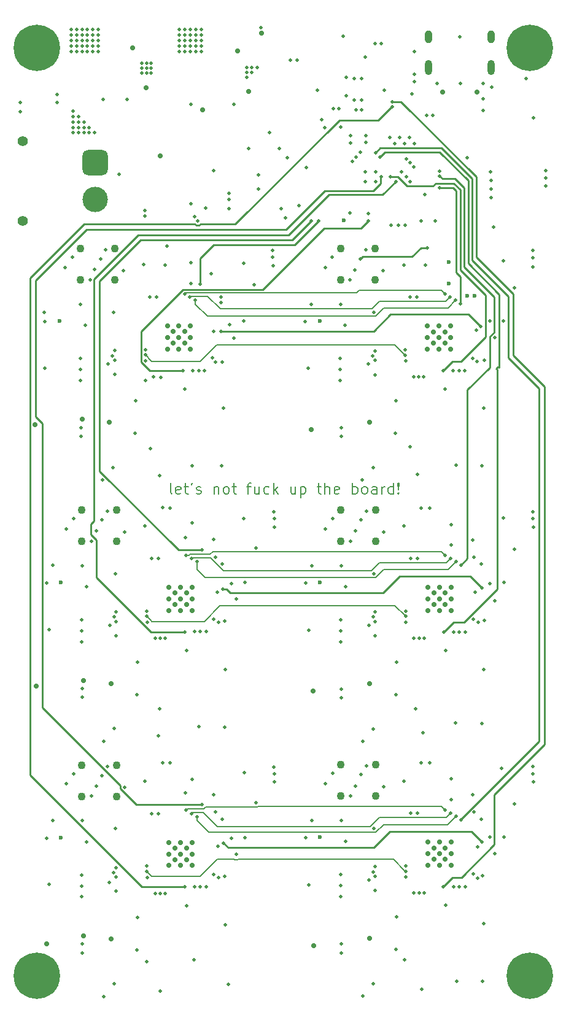
<source format=gbr>
%TF.GenerationSoftware,KiCad,Pcbnew,9.0.0*%
%TF.CreationDate,2025-05-05T23:42:48+04:00*%
%TF.ProjectId,Dumpling_Main,44756d70-6c69-46e6-975f-4d61696e2e6b,rev?*%
%TF.SameCoordinates,Original*%
%TF.FileFunction,Copper,L2,Inr*%
%TF.FilePolarity,Positive*%
%FSLAX46Y46*%
G04 Gerber Fmt 4.6, Leading zero omitted, Abs format (unit mm)*
G04 Created by KiCad (PCBNEW 9.0.0) date 2025-05-05 23:42:48*
%MOMM*%
%LPD*%
G01*
G04 APERTURE LIST*
G04 Aperture macros list*
%AMRoundRect*
0 Rectangle with rounded corners*
0 $1 Rounding radius*
0 $2 $3 $4 $5 $6 $7 $8 $9 X,Y pos of 4 corners*
0 Add a 4 corners polygon primitive as box body*
4,1,4,$2,$3,$4,$5,$6,$7,$8,$9,$2,$3,0*
0 Add four circle primitives for the rounded corners*
1,1,$1+$1,$2,$3*
1,1,$1+$1,$4,$5*
1,1,$1+$1,$6,$7*
1,1,$1+$1,$8,$9*
0 Add four rect primitives between the rounded corners*
20,1,$1+$1,$2,$3,$4,$5,0*
20,1,$1+$1,$4,$5,$6,$7,0*
20,1,$1+$1,$6,$7,$8,$9,0*
20,1,$1+$1,$8,$9,$2,$3,0*%
G04 Aperture macros list end*
%ADD10C,0.175000*%
%TA.AperFunction,NonConductor*%
%ADD11C,0.175000*%
%TD*%
%TA.AperFunction,ComponentPad*%
%ADD12C,0.800000*%
%TD*%
%TA.AperFunction,ComponentPad*%
%ADD13C,6.400000*%
%TD*%
%TA.AperFunction,ComponentPad*%
%ADD14O,1.000000X2.100000*%
%TD*%
%TA.AperFunction,ComponentPad*%
%ADD15O,1.000000X1.800000*%
%TD*%
%TA.AperFunction,ComponentPad*%
%ADD16C,1.400000*%
%TD*%
%TA.AperFunction,ComponentPad*%
%ADD17RoundRect,0.770000X0.980000X-0.980000X0.980000X0.980000X-0.980000X0.980000X-0.980000X-0.980000X0*%
%TD*%
%TA.AperFunction,ComponentPad*%
%ADD18C,3.500000*%
%TD*%
%TA.AperFunction,ComponentPad*%
%ADD19C,1.100000*%
%TD*%
%TA.AperFunction,HeatsinkPad*%
%ADD20C,1.100000*%
%TD*%
%TA.AperFunction,ViaPad*%
%ADD21C,0.500000*%
%TD*%
%TA.AperFunction,ViaPad*%
%ADD22C,0.600000*%
%TD*%
%TA.AperFunction,ViaPad*%
%ADD23C,0.700000*%
%TD*%
%TA.AperFunction,Conductor*%
%ADD24C,0.250000*%
%TD*%
%TA.AperFunction,Conductor*%
%ADD25C,0.200000*%
%TD*%
G04 APERTURE END LIST*
D10*
D11*
X115686559Y-109557328D02*
X115543702Y-109485900D01*
X115543702Y-109485900D02*
X115472273Y-109343042D01*
X115472273Y-109343042D02*
X115472273Y-108057328D01*
X116829416Y-109485900D02*
X116686559Y-109557328D01*
X116686559Y-109557328D02*
X116400845Y-109557328D01*
X116400845Y-109557328D02*
X116257987Y-109485900D01*
X116257987Y-109485900D02*
X116186559Y-109343042D01*
X116186559Y-109343042D02*
X116186559Y-108771614D01*
X116186559Y-108771614D02*
X116257987Y-108628757D01*
X116257987Y-108628757D02*
X116400845Y-108557328D01*
X116400845Y-108557328D02*
X116686559Y-108557328D01*
X116686559Y-108557328D02*
X116829416Y-108628757D01*
X116829416Y-108628757D02*
X116900845Y-108771614D01*
X116900845Y-108771614D02*
X116900845Y-108914471D01*
X116900845Y-108914471D02*
X116186559Y-109057328D01*
X117329416Y-108557328D02*
X117900844Y-108557328D01*
X117543701Y-108057328D02*
X117543701Y-109343042D01*
X117543701Y-109343042D02*
X117615130Y-109485900D01*
X117615130Y-109485900D02*
X117757987Y-109557328D01*
X117757987Y-109557328D02*
X117900844Y-109557328D01*
X118472273Y-108057328D02*
X118329416Y-108343042D01*
X119043702Y-109485900D02*
X119186559Y-109557328D01*
X119186559Y-109557328D02*
X119472273Y-109557328D01*
X119472273Y-109557328D02*
X119615130Y-109485900D01*
X119615130Y-109485900D02*
X119686559Y-109343042D01*
X119686559Y-109343042D02*
X119686559Y-109271614D01*
X119686559Y-109271614D02*
X119615130Y-109128757D01*
X119615130Y-109128757D02*
X119472273Y-109057328D01*
X119472273Y-109057328D02*
X119257988Y-109057328D01*
X119257988Y-109057328D02*
X119115130Y-108985900D01*
X119115130Y-108985900D02*
X119043702Y-108843042D01*
X119043702Y-108843042D02*
X119043702Y-108771614D01*
X119043702Y-108771614D02*
X119115130Y-108628757D01*
X119115130Y-108628757D02*
X119257988Y-108557328D01*
X119257988Y-108557328D02*
X119472273Y-108557328D01*
X119472273Y-108557328D02*
X119615130Y-108628757D01*
X121472273Y-108557328D02*
X121472273Y-109557328D01*
X121472273Y-108700185D02*
X121543702Y-108628757D01*
X121543702Y-108628757D02*
X121686559Y-108557328D01*
X121686559Y-108557328D02*
X121900845Y-108557328D01*
X121900845Y-108557328D02*
X122043702Y-108628757D01*
X122043702Y-108628757D02*
X122115131Y-108771614D01*
X122115131Y-108771614D02*
X122115131Y-109557328D01*
X123043702Y-109557328D02*
X122900845Y-109485900D01*
X122900845Y-109485900D02*
X122829416Y-109414471D01*
X122829416Y-109414471D02*
X122757988Y-109271614D01*
X122757988Y-109271614D02*
X122757988Y-108843042D01*
X122757988Y-108843042D02*
X122829416Y-108700185D01*
X122829416Y-108700185D02*
X122900845Y-108628757D01*
X122900845Y-108628757D02*
X123043702Y-108557328D01*
X123043702Y-108557328D02*
X123257988Y-108557328D01*
X123257988Y-108557328D02*
X123400845Y-108628757D01*
X123400845Y-108628757D02*
X123472274Y-108700185D01*
X123472274Y-108700185D02*
X123543702Y-108843042D01*
X123543702Y-108843042D02*
X123543702Y-109271614D01*
X123543702Y-109271614D02*
X123472274Y-109414471D01*
X123472274Y-109414471D02*
X123400845Y-109485900D01*
X123400845Y-109485900D02*
X123257988Y-109557328D01*
X123257988Y-109557328D02*
X123043702Y-109557328D01*
X123972274Y-108557328D02*
X124543702Y-108557328D01*
X124186559Y-108057328D02*
X124186559Y-109343042D01*
X124186559Y-109343042D02*
X124257988Y-109485900D01*
X124257988Y-109485900D02*
X124400845Y-109557328D01*
X124400845Y-109557328D02*
X124543702Y-109557328D01*
X125972274Y-108557328D02*
X126543702Y-108557328D01*
X126186559Y-109557328D02*
X126186559Y-108271614D01*
X126186559Y-108271614D02*
X126257988Y-108128757D01*
X126257988Y-108128757D02*
X126400845Y-108057328D01*
X126400845Y-108057328D02*
X126543702Y-108057328D01*
X127686560Y-108557328D02*
X127686560Y-109557328D01*
X127043702Y-108557328D02*
X127043702Y-109343042D01*
X127043702Y-109343042D02*
X127115131Y-109485900D01*
X127115131Y-109485900D02*
X127257988Y-109557328D01*
X127257988Y-109557328D02*
X127472274Y-109557328D01*
X127472274Y-109557328D02*
X127615131Y-109485900D01*
X127615131Y-109485900D02*
X127686560Y-109414471D01*
X129043703Y-109485900D02*
X128900845Y-109557328D01*
X128900845Y-109557328D02*
X128615131Y-109557328D01*
X128615131Y-109557328D02*
X128472274Y-109485900D01*
X128472274Y-109485900D02*
X128400845Y-109414471D01*
X128400845Y-109414471D02*
X128329417Y-109271614D01*
X128329417Y-109271614D02*
X128329417Y-108843042D01*
X128329417Y-108843042D02*
X128400845Y-108700185D01*
X128400845Y-108700185D02*
X128472274Y-108628757D01*
X128472274Y-108628757D02*
X128615131Y-108557328D01*
X128615131Y-108557328D02*
X128900845Y-108557328D01*
X128900845Y-108557328D02*
X129043703Y-108628757D01*
X129686559Y-109557328D02*
X129686559Y-108057328D01*
X129829417Y-108985900D02*
X130257988Y-109557328D01*
X130257988Y-108557328D02*
X129686559Y-109128757D01*
X132686560Y-108557328D02*
X132686560Y-109557328D01*
X132043702Y-108557328D02*
X132043702Y-109343042D01*
X132043702Y-109343042D02*
X132115131Y-109485900D01*
X132115131Y-109485900D02*
X132257988Y-109557328D01*
X132257988Y-109557328D02*
X132472274Y-109557328D01*
X132472274Y-109557328D02*
X132615131Y-109485900D01*
X132615131Y-109485900D02*
X132686560Y-109414471D01*
X133400845Y-108557328D02*
X133400845Y-110057328D01*
X133400845Y-108628757D02*
X133543703Y-108557328D01*
X133543703Y-108557328D02*
X133829417Y-108557328D01*
X133829417Y-108557328D02*
X133972274Y-108628757D01*
X133972274Y-108628757D02*
X134043703Y-108700185D01*
X134043703Y-108700185D02*
X134115131Y-108843042D01*
X134115131Y-108843042D02*
X134115131Y-109271614D01*
X134115131Y-109271614D02*
X134043703Y-109414471D01*
X134043703Y-109414471D02*
X133972274Y-109485900D01*
X133972274Y-109485900D02*
X133829417Y-109557328D01*
X133829417Y-109557328D02*
X133543703Y-109557328D01*
X133543703Y-109557328D02*
X133400845Y-109485900D01*
X135686560Y-108557328D02*
X136257988Y-108557328D01*
X135900845Y-108057328D02*
X135900845Y-109343042D01*
X135900845Y-109343042D02*
X135972274Y-109485900D01*
X135972274Y-109485900D02*
X136115131Y-109557328D01*
X136115131Y-109557328D02*
X136257988Y-109557328D01*
X136757988Y-109557328D02*
X136757988Y-108057328D01*
X137400846Y-109557328D02*
X137400846Y-108771614D01*
X137400846Y-108771614D02*
X137329417Y-108628757D01*
X137329417Y-108628757D02*
X137186560Y-108557328D01*
X137186560Y-108557328D02*
X136972274Y-108557328D01*
X136972274Y-108557328D02*
X136829417Y-108628757D01*
X136829417Y-108628757D02*
X136757988Y-108700185D01*
X138686560Y-109485900D02*
X138543703Y-109557328D01*
X138543703Y-109557328D02*
X138257989Y-109557328D01*
X138257989Y-109557328D02*
X138115131Y-109485900D01*
X138115131Y-109485900D02*
X138043703Y-109343042D01*
X138043703Y-109343042D02*
X138043703Y-108771614D01*
X138043703Y-108771614D02*
X138115131Y-108628757D01*
X138115131Y-108628757D02*
X138257989Y-108557328D01*
X138257989Y-108557328D02*
X138543703Y-108557328D01*
X138543703Y-108557328D02*
X138686560Y-108628757D01*
X138686560Y-108628757D02*
X138757989Y-108771614D01*
X138757989Y-108771614D02*
X138757989Y-108914471D01*
X138757989Y-108914471D02*
X138043703Y-109057328D01*
X140543702Y-109557328D02*
X140543702Y-108057328D01*
X140543702Y-108628757D02*
X140686560Y-108557328D01*
X140686560Y-108557328D02*
X140972274Y-108557328D01*
X140972274Y-108557328D02*
X141115131Y-108628757D01*
X141115131Y-108628757D02*
X141186560Y-108700185D01*
X141186560Y-108700185D02*
X141257988Y-108843042D01*
X141257988Y-108843042D02*
X141257988Y-109271614D01*
X141257988Y-109271614D02*
X141186560Y-109414471D01*
X141186560Y-109414471D02*
X141115131Y-109485900D01*
X141115131Y-109485900D02*
X140972274Y-109557328D01*
X140972274Y-109557328D02*
X140686560Y-109557328D01*
X140686560Y-109557328D02*
X140543702Y-109485900D01*
X142115131Y-109557328D02*
X141972274Y-109485900D01*
X141972274Y-109485900D02*
X141900845Y-109414471D01*
X141900845Y-109414471D02*
X141829417Y-109271614D01*
X141829417Y-109271614D02*
X141829417Y-108843042D01*
X141829417Y-108843042D02*
X141900845Y-108700185D01*
X141900845Y-108700185D02*
X141972274Y-108628757D01*
X141972274Y-108628757D02*
X142115131Y-108557328D01*
X142115131Y-108557328D02*
X142329417Y-108557328D01*
X142329417Y-108557328D02*
X142472274Y-108628757D01*
X142472274Y-108628757D02*
X142543703Y-108700185D01*
X142543703Y-108700185D02*
X142615131Y-108843042D01*
X142615131Y-108843042D02*
X142615131Y-109271614D01*
X142615131Y-109271614D02*
X142543703Y-109414471D01*
X142543703Y-109414471D02*
X142472274Y-109485900D01*
X142472274Y-109485900D02*
X142329417Y-109557328D01*
X142329417Y-109557328D02*
X142115131Y-109557328D01*
X143900846Y-109557328D02*
X143900846Y-108771614D01*
X143900846Y-108771614D02*
X143829417Y-108628757D01*
X143829417Y-108628757D02*
X143686560Y-108557328D01*
X143686560Y-108557328D02*
X143400846Y-108557328D01*
X143400846Y-108557328D02*
X143257988Y-108628757D01*
X143900846Y-109485900D02*
X143757988Y-109557328D01*
X143757988Y-109557328D02*
X143400846Y-109557328D01*
X143400846Y-109557328D02*
X143257988Y-109485900D01*
X143257988Y-109485900D02*
X143186560Y-109343042D01*
X143186560Y-109343042D02*
X143186560Y-109200185D01*
X143186560Y-109200185D02*
X143257988Y-109057328D01*
X143257988Y-109057328D02*
X143400846Y-108985900D01*
X143400846Y-108985900D02*
X143757988Y-108985900D01*
X143757988Y-108985900D02*
X143900846Y-108914471D01*
X144615131Y-109557328D02*
X144615131Y-108557328D01*
X144615131Y-108843042D02*
X144686560Y-108700185D01*
X144686560Y-108700185D02*
X144757989Y-108628757D01*
X144757989Y-108628757D02*
X144900846Y-108557328D01*
X144900846Y-108557328D02*
X145043703Y-108557328D01*
X146186560Y-109557328D02*
X146186560Y-108057328D01*
X146186560Y-109485900D02*
X146043702Y-109557328D01*
X146043702Y-109557328D02*
X145757988Y-109557328D01*
X145757988Y-109557328D02*
X145615131Y-109485900D01*
X145615131Y-109485900D02*
X145543702Y-109414471D01*
X145543702Y-109414471D02*
X145472274Y-109271614D01*
X145472274Y-109271614D02*
X145472274Y-108843042D01*
X145472274Y-108843042D02*
X145543702Y-108700185D01*
X145543702Y-108700185D02*
X145615131Y-108628757D01*
X145615131Y-108628757D02*
X145757988Y-108557328D01*
X145757988Y-108557328D02*
X146043702Y-108557328D01*
X146043702Y-108557328D02*
X146186560Y-108628757D01*
X146900845Y-109414471D02*
X146972274Y-109485900D01*
X146972274Y-109485900D02*
X146900845Y-109557328D01*
X146900845Y-109557328D02*
X146829417Y-109485900D01*
X146829417Y-109485900D02*
X146900845Y-109414471D01*
X146900845Y-109414471D02*
X146900845Y-109557328D01*
X146900845Y-108985900D02*
X146829417Y-108128757D01*
X146829417Y-108128757D02*
X146900845Y-108057328D01*
X146900845Y-108057328D02*
X146972274Y-108128757D01*
X146972274Y-108128757D02*
X146900845Y-108985900D01*
X146900845Y-108985900D02*
X146900845Y-108057328D01*
D12*
%TO.N,N/C*%
%TO.C,H3*%
X99400000Y-176000000D03*
X98697056Y-177697056D03*
X98697056Y-174302944D03*
X97000000Y-178400000D03*
D13*
X97000000Y-176000000D03*
D12*
X97000000Y-173600000D03*
X95302944Y-177697056D03*
X95302944Y-174302944D03*
X94600000Y-176000000D03*
%TD*%
%TO.N,N/C*%
%TO.C,H1*%
X94600000Y-48000000D03*
X95302944Y-46302944D03*
X95302944Y-49697056D03*
X97000000Y-45600000D03*
D13*
X97000000Y-48000000D03*
D12*
X97000000Y-50400000D03*
X98697056Y-46302944D03*
X98697056Y-49697056D03*
X99400000Y-48000000D03*
%TD*%
%TO.N,N/C*%
%TO.C,H2*%
X162600000Y-176000000D03*
X163302944Y-174302944D03*
X163302944Y-177697056D03*
X165000000Y-173600000D03*
D13*
X165000000Y-176000000D03*
D12*
X165000000Y-178400000D03*
X166697056Y-174302944D03*
X166697056Y-177697056D03*
X167400000Y-176000000D03*
%TD*%
%TO.N,N/C*%
%TO.C,H4*%
X162600000Y-48000000D03*
X163302944Y-46302944D03*
X163302944Y-49697056D03*
X165000000Y-45600000D03*
D13*
X165000000Y-48000000D03*
D12*
X165000000Y-50400000D03*
X166697056Y-46302944D03*
X166697056Y-49697056D03*
X167400000Y-48000000D03*
%TD*%
D14*
%TO.N,GND*%
%TO.C,J3*%
X159670000Y-50740000D03*
D15*
X159670000Y-46540000D03*
D14*
X151030000Y-50740000D03*
D15*
X151030000Y-46540000D03*
%TD*%
D16*
%TO.N,*%
%TO.C,J4*%
X95075000Y-71900000D03*
X95075000Y-60900000D03*
D17*
%TO.N,GND*%
X105075000Y-63900000D03*
D18*
%TO.N,Net-(J4-P)*%
X105075000Y-68900000D03*
%TD*%
D19*
%TO.N,GND*%
%TO.C,J8*%
X103005500Y-75719500D03*
X103005500Y-80019500D03*
X107805500Y-75719500D03*
X107805500Y-80019500D03*
%TD*%
%TO.N,GND*%
%TO.C,J11*%
X103229352Y-111777298D03*
X103229352Y-116077298D03*
X108029352Y-111777298D03*
X108029352Y-116077298D03*
%TD*%
%TO.N,GND*%
%TO.C,J14*%
X138949170Y-111787845D03*
X138949170Y-116087845D03*
X143749170Y-111787845D03*
X143749170Y-116087845D03*
%TD*%
%TO.N,GND*%
%TO.C,J17*%
X103229352Y-146977298D03*
X103229352Y-151277298D03*
X108029352Y-146977298D03*
X108029352Y-151277298D03*
%TD*%
%TO.N,GND*%
%TO.C,J20*%
X138949170Y-146934422D03*
X138949170Y-151234422D03*
X143749170Y-146934422D03*
X143749170Y-151234422D03*
%TD*%
D20*
%TO.N,GND*%
%TO.C,J23*%
X138891670Y-75730048D03*
X138891670Y-80030048D03*
X143691670Y-75730048D03*
X143691670Y-80030048D03*
%TD*%
D21*
%TO.N,GND*%
X122625000Y-91400000D03*
%TO.N,+3V3*%
X121625000Y-91400000D03*
X104750000Y-48500000D03*
X134943670Y-154596039D03*
X121623852Y-153457798D03*
X110874852Y-132771707D03*
X113124127Y-93425873D03*
X103250000Y-45500000D03*
X141934761Y-107636957D03*
X140200000Y-70800000D03*
X147943670Y-127268345D03*
X104750000Y-46250000D03*
X117500000Y-150800000D03*
X112848852Y-153682798D03*
X110600000Y-101200000D03*
X154793670Y-141200000D03*
X157900000Y-127300000D03*
X103250000Y-46250000D03*
X167250000Y-66000000D03*
X134943670Y-119449462D03*
X104000000Y-46250000D03*
X112625000Y-82425000D03*
X104000000Y-45500000D03*
X165461170Y-78250000D03*
X146543670Y-172414922D03*
X106272443Y-143684207D03*
X143543670Y-155714922D03*
X101750000Y-46250000D03*
X129518413Y-75956587D03*
X120300000Y-70160000D03*
X129798852Y-114107798D03*
X149686156Y-93436421D03*
X127600000Y-67525000D03*
X104000000Y-47750000D03*
X104750000Y-45500000D03*
X157700000Y-91300000D03*
X134886170Y-83391665D03*
X110874852Y-167971707D03*
X101750000Y-47000000D03*
X157343670Y-153414922D03*
X107823852Y-120557798D03*
X146543670Y-137268345D03*
X129575000Y-78050000D03*
X103250000Y-47750000D03*
X146486170Y-101210548D03*
X112000000Y-91200000D03*
X105500000Y-45500000D03*
X150750000Y-57375000D03*
X147886170Y-91210548D03*
X129742265Y-147214385D03*
X149100000Y-51690000D03*
X148511170Y-82435548D03*
X102500000Y-48500000D03*
X118297500Y-69525000D03*
X112223852Y-127257798D03*
X101750000Y-48500000D03*
X110823852Y-137257798D03*
D22*
X156400000Y-82250000D03*
D21*
X150550000Y-68275000D03*
X106272443Y-178884207D03*
X101750000Y-45500000D03*
D22*
X153850000Y-80500000D03*
D21*
X149743656Y-164640795D03*
X110823852Y-172457798D03*
X156400000Y-63200000D03*
X122100000Y-162500000D03*
X103250000Y-48500000D03*
X98000000Y-84500000D03*
X105500000Y-46250000D03*
X107600000Y-84500000D03*
X102500000Y-47750000D03*
X157800000Y-162600000D03*
X144970000Y-53900000D03*
X145900000Y-72500000D03*
X143486170Y-84510548D03*
X104000000Y-48500000D03*
X114023838Y-164683671D03*
X148568670Y-118493345D03*
X111950000Y-71200003D03*
X157343670Y-118268345D03*
X107823852Y-155757798D03*
X143543670Y-120568345D03*
X165462083Y-112024932D03*
X114023838Y-129483671D03*
X101750000Y-47750000D03*
X158575000Y-55075000D03*
X118700000Y-173800000D03*
X165461170Y-76000000D03*
X147943670Y-162414922D03*
X106048591Y-107626409D03*
X149743656Y-129494218D03*
X154193670Y-151739922D03*
X105500000Y-48500000D03*
X99223852Y-154638915D03*
X165518670Y-149264922D03*
X150000000Y-71900000D03*
X146594670Y-132782254D03*
X104750000Y-47750000D03*
X129742265Y-112014385D03*
X104750000Y-47000000D03*
X141055243Y-56568407D03*
X105500000Y-47750000D03*
X138950000Y-58955000D03*
X165462083Y-147171509D03*
X112848852Y-118482798D03*
X104000000Y-47000000D03*
X102500000Y-45500000D03*
X148568670Y-153639922D03*
X142750000Y-70900000D03*
X102500000Y-46250000D03*
X122400000Y-82400000D03*
X117500000Y-115600000D03*
X105500000Y-47000000D03*
X129798852Y-149307798D03*
X129100000Y-59700000D03*
X102500000Y-47000000D03*
X146537170Y-96724457D03*
X118250000Y-80525000D03*
X110651000Y-96713909D03*
X165518670Y-114118345D03*
X112223852Y-162457798D03*
X103250000Y-47000000D03*
X146594670Y-167928831D03*
X99223852Y-119438915D03*
X141992261Y-178841331D03*
X121623852Y-118257798D03*
X154193670Y-116593345D03*
X141992261Y-143694754D03*
X154931095Y-176818905D03*
X121374936Y-64950064D03*
X122100000Y-127300000D03*
%TO.N,SDIO_D7*%
X159650000Y-68700000D03*
X152600000Y-65050000D03*
%TO.N,IMU_INT*%
X147968506Y-63378321D03*
X149100000Y-52710000D03*
%TO.N,I2C3_SCL*%
X144509880Y-47446707D03*
X148500000Y-63900000D03*
%TO.N,Net-(U26-EN)*%
X118300000Y-55850000D03*
X124180000Y-55839000D03*
%TO.N,Net-(U25-EN)*%
X109499000Y-55169000D03*
X106150000Y-55150000D03*
D23*
%TO.N,Net-(U26-SW)*%
X126261000Y-54070000D03*
X124680000Y-48489000D03*
%TO.N,Net-(U25-SW)*%
X112050000Y-53569000D03*
X110250000Y-48019000D03*
D21*
%TO.N,USART_RX*%
X138650000Y-56400000D03*
X141650000Y-62450000D03*
%TO.N,I2C3_SDA*%
X143696733Y-47446680D03*
X149038654Y-64442168D03*
%TO.N,USART_TX*%
X141075000Y-63100000D03*
X137900000Y-56400000D03*
%TO.N,co6_SPI1_MOSI*%
X161462083Y-156946509D03*
X162918670Y-152364922D03*
%TO.N,SPI2_NSS6*%
X134500000Y-163500000D03*
X143750000Y-62463174D03*
X155518670Y-154514922D03*
%TO.N,co5_SPI1_MOSI*%
X125742265Y-156989385D03*
X127211352Y-152200000D03*
%TO.N,SPI2_NSS5*%
X98700000Y-163457798D03*
X144500000Y-65800000D03*
X119798852Y-152400000D03*
%TO.N,co2_SPI1_MOSI*%
X161404583Y-85742135D03*
X162861170Y-81160548D03*
%TO.N,co4_SPI1_MOSI*%
X161462083Y-121799932D03*
X162918670Y-117218345D03*
%TO.N,SPI2_NSS4*%
X134500000Y-128400000D03*
X152600000Y-65750003D03*
X155518670Y-119368345D03*
%TO.N,SPI2_NSS2*%
X152600000Y-67350000D03*
X134400000Y-92210548D03*
X155461170Y-83310548D03*
%TO.N,co1_SPI1_MOSI*%
X125518413Y-85731587D03*
X126975000Y-80700000D03*
%TO.N,co3_SPI1_MOSI*%
X127211352Y-117000000D03*
X125742265Y-121789385D03*
%TO.N,SPI2_NSS3*%
X134850000Y-71900000D03*
X119798852Y-117300000D03*
X98700000Y-128300000D03*
%TO.N,SPI2_NSS1*%
X135850000Y-71900000D03*
X98100000Y-92200000D03*
X119500000Y-80600000D03*
%TO.N,SPI2_SCK*%
X119098852Y-154107798D03*
X154818670Y-154064922D03*
X148536826Y-66463174D03*
X119098852Y-118907798D03*
X154818670Y-118918345D03*
X118875000Y-82850000D03*
X154761170Y-82860548D03*
%TO.N,SPI2_MISO*%
X118125000Y-82400000D03*
X154068670Y-118468345D03*
X118348852Y-153657798D03*
X154011170Y-82410548D03*
X147950000Y-65800000D03*
X118348852Y-118457798D03*
X154068670Y-153614922D03*
%TO.N,SPI2_MOSI*%
X117623852Y-153207798D03*
X153343670Y-153164922D03*
X153343670Y-118018345D03*
X147350000Y-65150000D03*
X117623852Y-118007798D03*
X117400000Y-81950000D03*
X153286170Y-81960548D03*
%TO.N,SPI1_NSS*%
X123550000Y-68100000D03*
X142300000Y-65150000D03*
%TO.N,SPI1_SCK*%
X142300000Y-66475000D03*
X130750000Y-70200000D03*
%TO.N,SPI1_MISO*%
X143750000Y-65150000D03*
X123550000Y-68925000D03*
%TO.N,SPI1_MOSI*%
X131350000Y-71450000D03*
X143750000Y-66450000D03*
%TO.N,co6_FLASH_WP*%
X150443658Y-164639855D03*
X154150000Y-148850000D03*
%TO.N,co6_FLASH_HOLD*%
X161100000Y-147400000D03*
X147910127Y-160871173D03*
%TO.N,co5_FLASH_WP*%
X114723840Y-164682731D03*
X118450000Y-148950000D03*
%TO.N,co5_FLASH_HOLD*%
X112190309Y-160914049D03*
X125600000Y-148000000D03*
%TO.N,co4_FLASH_WP*%
X154172610Y-113776947D03*
X150443658Y-129493278D03*
%TO.N,co4_FLASH_HOLD*%
X147910127Y-125724596D03*
X161350000Y-112850000D03*
%TO.N,co3_FLASH_WP*%
X114723840Y-129482731D03*
X118450000Y-113550000D03*
%TO.N,co3_FLASH_HOLD*%
X125550000Y-112950000D03*
X112190309Y-125714049D03*
%TO.N,co2_FLASH_WP*%
X150386158Y-93435481D03*
D22*
X153850000Y-77600000D03*
D21*
%TO.N,co2_FLASH_HOLD*%
X147852627Y-89666799D03*
X161350000Y-77400000D03*
%TO.N,Trigger*%
X160213083Y-159200000D03*
X136750000Y-59000000D03*
X124525000Y-159300000D03*
X124200000Y-88050000D03*
X124500000Y-124050000D03*
X160144087Y-88019087D03*
X160212083Y-124273440D03*
%TO.N,I2C2_SCL*%
X122400000Y-87125000D03*
X122700000Y-122700000D03*
X158225000Y-86425000D03*
X158400000Y-157600000D03*
X146885000Y-72485000D03*
X158400000Y-122500000D03*
X122773852Y-157750000D03*
%TO.N,I2C2_SDA*%
X147800000Y-72500000D03*
X147861170Y-90410548D03*
X147918670Y-161614922D03*
X111975000Y-90400000D03*
X112198852Y-126457798D03*
X112198852Y-161657798D03*
X147918670Y-126468345D03*
%TO.N,I2C1_SCL*%
X119187500Y-71900000D03*
%TO.N,I2C1_SDA*%
X118750000Y-71325000D03*
%TO.N,co1_FLASH_WP*%
X114100000Y-93450000D03*
X118250000Y-77650000D03*
%TO.N,co1_FLASH_HOLD*%
X125550000Y-77750000D03*
X111966457Y-89656251D03*
%TO.N,buzzer*%
X131550000Y-63150000D03*
X140306587Y-61106587D03*
%TO.N,Net-(SW1-B)*%
X139700000Y-52090000D03*
X158575000Y-56675000D03*
%TO.N,BOOT0*%
X139700000Y-54615000D03*
X142400000Y-60150000D03*
%TO.N,VBAT*%
X108375000Y-65425000D03*
%TO.N,co6_gpio1*%
X143693670Y-162364922D03*
X154493670Y-163739922D03*
%TO.N,co6_pwr_cyc*%
X157800000Y-158300000D03*
X142793670Y-162814922D03*
%TO.N,co6_gpio2*%
X143400000Y-161714922D03*
X155293670Y-163739922D03*
%TO.N,co6_gpio4*%
X139617575Y-157514922D03*
X157200000Y-162021017D03*
%TO.N,co6_gpio3*%
X156099765Y-163739922D03*
X143693670Y-161000000D03*
%TO.N,co6_USB_D-_ESD*%
X141749170Y-148300000D03*
X140939170Y-149844422D03*
X151200000Y-146700000D03*
%TO.N,co5_gpio2*%
X107623852Y-161801581D03*
X119573852Y-163782798D03*
%TO.N,co5_gpio4*%
X121400000Y-162063893D03*
X103897757Y-157557798D03*
%TO.N,co5_pwr_cyc*%
X107050000Y-163150000D03*
X122000000Y-158200000D03*
%TO.N,co5_gpio3*%
X107981926Y-161112344D03*
X120379947Y-163782798D03*
%TO.N,co5_gpio1*%
X118773852Y-163782798D03*
X107973852Y-162407798D03*
%TO.N,co5_USB_D-_ESD*%
X105219352Y-149887298D03*
X115400000Y-146700000D03*
X106021477Y-148407875D03*
%TO.N,co4_gpio4*%
X157200000Y-126874440D03*
X139617575Y-122368345D03*
%TO.N,co4_pwr_cyc*%
X142793670Y-127668345D03*
X157500000Y-123100000D03*
%TO.N,co4_gpio1*%
X154493670Y-128593345D03*
X143693670Y-127218345D03*
%TO.N,co4_gpio2*%
X143400000Y-126500000D03*
X155293670Y-128593345D03*
%TO.N,co4_gpio3*%
X156099765Y-128593345D03*
X143693670Y-125800000D03*
%TO.N,co4_USB_D-_ESD*%
X151200000Y-111500000D03*
X141749170Y-113100000D03*
X140939170Y-114697845D03*
%TO.N,co3_gpio4*%
X121400000Y-126863893D03*
X103897757Y-122357798D03*
%TO.N,co3_gpio2*%
X107700000Y-126500000D03*
X119573852Y-128582798D03*
%TO.N,co3_pwr_cyc*%
X121900000Y-123100000D03*
X107073852Y-127657798D03*
%TO.N,co3_gpio3*%
X120379947Y-128582798D03*
X107973852Y-125807798D03*
%TO.N,co3_gpio1*%
X118773852Y-128582798D03*
X107973852Y-127207798D03*
%TO.N,co3_USB_D-_ESD*%
X105219352Y-114687298D03*
X115400000Y-111500000D03*
X106029352Y-113100000D03*
%TO.N,co2_gpio2*%
X155236170Y-92535548D03*
X143300000Y-90510548D03*
%TO.N,co2_gpio3*%
X143636170Y-89860548D03*
X156042265Y-92535548D03*
%TO.N,co2_pwr_cyc*%
X157600000Y-87000000D03*
X142736170Y-91610548D03*
%TO.N,co2_gpio1*%
X143637517Y-91160480D03*
X154436170Y-92535548D03*
%TO.N,co2_gpio4*%
X139560075Y-86310548D03*
X157100000Y-90825000D03*
%TO.N,co1_USB_D-_ESD*%
X115000000Y-75400000D03*
X104995500Y-78629500D03*
X105785500Y-77109500D03*
%TO.N,co1_gpio4*%
X103673905Y-86300000D03*
X121200000Y-90806095D03*
%TO.N,co1_pwr_cyc*%
X106850000Y-91600000D03*
X121375000Y-87100000D03*
%TO.N,co1_gpio3*%
X107750000Y-89750000D03*
X120156095Y-92525000D03*
%TO.N,co1_gpio2*%
X107400000Y-90500000D03*
X119350000Y-92525000D03*
%TO.N,co1_gpio1*%
X107750000Y-91150000D03*
X118550000Y-92525000D03*
%TO.N,co2_USB_D-_ESD*%
X150886170Y-75600000D03*
X141671670Y-77120048D03*
X140881670Y-78640048D03*
%TO.N,SDIO_CMD*%
X167250000Y-64950000D03*
X145720924Y-60350000D03*
%TO.N,SDIO_CLK*%
X159650000Y-67500000D03*
X146400000Y-61200000D03*
%TO.N,SDIO_D2*%
X147750000Y-61200000D03*
X159625000Y-65125000D03*
%TO.N,SDIO_D3*%
X147070924Y-60350000D03*
X159650000Y-66300000D03*
%TO.N,SWCLK*%
X99850000Y-55600000D03*
X148420924Y-60350000D03*
%TO.N,SWDIO*%
X149100000Y-61200000D03*
X99850000Y-54475000D03*
%TO.N,co6_RGB_LED*%
X159543670Y-156900000D03*
D22*
X136075765Y-156938922D03*
%TO.N,co5_RGB_LED*%
X100355947Y-156981798D03*
D21*
X123823852Y-157100000D03*
%TO.N,co4_RGB_LED*%
X159543670Y-121900000D03*
D22*
X136075765Y-121792345D03*
D21*
%TO.N,co3_RGB_LED*%
X123823852Y-121900000D03*
D22*
X100355947Y-121781798D03*
%TO.N,co2_RGB_LED*%
X136018265Y-85734548D03*
D21*
X159487731Y-85700000D03*
%TO.N,co1_RGB_LED*%
X123600000Y-86200000D03*
D22*
X100132095Y-85724000D03*
D21*
%TO.N,RGB_LED*%
X140297250Y-60127520D03*
X130425000Y-61900000D03*
%TO.N,VBUS*%
X147623670Y-77960548D03*
X104579352Y-151257798D03*
X142443670Y-147114922D03*
X140299170Y-151214922D03*
X104579352Y-116057798D03*
X142443670Y-111968345D03*
X106723852Y-147157798D03*
X140299170Y-116068345D03*
X111961352Y-149207798D03*
X142386170Y-75910548D03*
X104355500Y-80000000D03*
X106723852Y-111957798D03*
X111961352Y-114007798D03*
D23*
X152950000Y-54137500D03*
X157750000Y-54137500D03*
X114050000Y-62937500D03*
D21*
X147681170Y-149164922D03*
X140241670Y-80010548D03*
X106500000Y-75900000D03*
X147681170Y-114018345D03*
X111737500Y-77950000D03*
%TO.N,co6_NRST*%
X147700000Y-173839221D03*
X146000000Y-55462834D03*
X153082252Y-163782252D03*
%TO.N,co5_NRST*%
X112200000Y-174100000D03*
X117398852Y-163788711D03*
X146000000Y-56162837D03*
%TO.N,co4_NRST*%
X144380913Y-63094087D03*
X153118670Y-128599258D03*
X149300000Y-139231655D03*
%TO.N,co3_NRST*%
X146550000Y-66450000D03*
X117398852Y-128588711D03*
X113950000Y-139200000D03*
%TO.N,co2_NRST*%
X145800000Y-65800000D03*
X148500000Y-103100000D03*
X153061170Y-92541461D03*
D23*
%TO.N,+5V*%
X142943670Y-170914922D03*
D21*
X117450000Y-47750000D03*
X159750000Y-53475000D03*
X119700000Y-47750000D03*
D23*
X119900000Y-56600000D03*
D21*
X119700000Y-45500000D03*
X116700000Y-47750000D03*
X116700000Y-47000000D03*
D23*
X96750000Y-100000000D03*
D21*
X117450000Y-46250000D03*
X117450000Y-47000000D03*
X118950000Y-46250000D03*
X119700000Y-47000000D03*
X117450000Y-45500000D03*
D23*
X107223852Y-135757798D03*
D21*
X118950000Y-48500000D03*
X118950000Y-45500000D03*
X118200000Y-47000000D03*
X118200000Y-48500000D03*
D23*
X127980000Y-45979500D03*
D21*
X116700000Y-45500000D03*
X118200000Y-46250000D03*
X116700000Y-46250000D03*
X119700000Y-48500000D03*
X127950000Y-45249982D03*
X118200000Y-45500000D03*
D23*
X107223852Y-170957798D03*
X98350000Y-171600000D03*
D21*
X118200000Y-47750000D03*
D23*
X142943670Y-135768345D03*
D21*
X116700000Y-48500000D03*
D23*
X142886170Y-99710548D03*
D21*
X117450000Y-48500000D03*
X139250000Y-46450000D03*
X118950000Y-47000000D03*
D23*
X107000000Y-99700000D03*
X96950000Y-136100000D03*
D21*
X119700000Y-46250000D03*
X118950000Y-47750000D03*
%TO.N,VIN*%
X102000000Y-59750000D03*
X105000000Y-59750000D03*
D23*
X134877190Y-100722810D03*
D21*
X102750000Y-59000000D03*
D23*
X103473852Y-135307798D03*
D21*
X104250000Y-59000000D03*
X102000000Y-57500000D03*
X104250000Y-59750000D03*
X102750000Y-57500000D03*
D23*
X103473852Y-170507798D03*
D21*
X103500000Y-58250000D03*
X103500000Y-59750000D03*
X102000000Y-56750000D03*
X102000000Y-58250000D03*
D23*
X103250000Y-99250000D03*
D21*
X102750000Y-59750000D03*
X103500000Y-59000000D03*
D23*
X135077190Y-136722810D03*
D21*
X102750000Y-58250000D03*
D23*
X135177190Y-171922810D03*
D21*
X102000000Y-59000000D03*
%TO.N,co1_NRST*%
X112700000Y-103300000D03*
X142750000Y-71900000D03*
X117175000Y-92530913D03*
D23*
%TO.N,GND*%
X150962575Y-157596017D03*
X115018905Y-86381095D03*
X150962575Y-122449440D03*
D21*
X121423852Y-151082798D03*
D23*
X153305075Y-87191643D03*
X153362575Y-123249440D03*
D21*
X127455000Y-50704500D03*
X158700000Y-127000000D03*
D23*
X153362575Y-159996017D03*
D21*
X109148852Y-150007798D03*
X138993670Y-119468345D03*
X157143670Y-151039922D03*
X149492261Y-118494754D03*
D23*
X115242757Y-125638893D03*
D21*
X107723852Y-177157798D03*
D23*
X152562575Y-122449440D03*
X150905075Y-89591643D03*
D22*
X139340000Y-71787500D03*
D21*
X107723852Y-141957798D03*
X138993670Y-154614922D03*
X139000000Y-101600000D03*
D23*
X154162575Y-122449440D03*
X154105075Y-89591643D03*
D21*
X153311170Y-95135548D03*
D23*
X150905075Y-87991643D03*
X154162575Y-160796017D03*
D21*
X111500000Y-50159500D03*
X138943670Y-165114922D03*
X138880075Y-90904453D03*
X137786170Y-76910548D03*
X129525000Y-76930000D03*
X134036170Y-85810548D03*
X98150000Y-85800000D03*
D23*
X118442757Y-122438893D03*
X117642757Y-123238893D03*
X152562575Y-160796017D03*
X152562575Y-157596017D03*
X151762575Y-124849440D03*
D21*
X159975000Y-72775000D03*
D23*
X118442757Y-124038893D03*
D21*
X117648852Y-131182798D03*
X103273852Y-119457798D03*
X109148852Y-114807798D03*
X138937575Y-162108827D03*
X98373852Y-121857798D03*
X103323852Y-171657798D03*
X165512500Y-57687500D03*
X144868670Y-114818345D03*
X122623852Y-154457798D03*
D23*
X154105075Y-87991643D03*
D21*
X158343670Y-154414922D03*
X103223852Y-129957798D03*
X158525000Y-162200000D03*
X150653907Y-77970995D03*
X114750000Y-78000000D03*
X122900000Y-127100000D03*
X126680000Y-50704500D03*
D23*
X154162575Y-159196017D03*
D21*
X138886170Y-93910548D03*
D23*
X116842757Y-125638893D03*
X151762575Y-159996017D03*
D21*
X103217757Y-126951703D03*
X122973852Y-133782798D03*
X117648852Y-166382798D03*
X101900000Y-76900000D03*
D23*
X116842757Y-160838893D03*
D21*
X112800000Y-51459500D03*
D23*
X152505075Y-86391643D03*
D21*
X139043670Y-171614922D03*
D23*
X151762575Y-123249440D03*
D21*
X125955000Y-50704500D03*
X125955000Y-52079500D03*
X142300000Y-49300000D03*
D23*
X116842757Y-124038893D03*
D21*
X113772443Y-153684207D03*
X167250000Y-67050000D03*
X149075000Y-48500000D03*
X101123852Y-114382798D03*
X103223852Y-163657798D03*
X113772443Y-118484207D03*
D23*
X153362575Y-124849440D03*
X115242757Y-160838893D03*
X154162575Y-157596017D03*
D21*
X149043655Y-129500000D03*
D23*
X115018905Y-87981095D03*
D21*
X155350000Y-46540000D03*
D23*
X116842757Y-122438893D03*
D21*
X113548591Y-82426409D03*
X136843670Y-149539922D03*
X114006095Y-178143905D03*
X165468670Y-112998345D03*
X133195000Y-69800000D03*
X148986170Y-93431530D03*
X103217757Y-162151703D03*
X136843670Y-114393345D03*
X123406095Y-177193905D03*
D23*
X154162575Y-124049440D03*
X152505075Y-87991643D03*
D21*
X153368670Y-166339922D03*
X101123852Y-149582798D03*
X158693670Y-133793345D03*
X121423852Y-115882798D03*
D23*
X117642757Y-124838893D03*
D21*
X122973852Y-168982798D03*
D23*
X154162575Y-125649440D03*
X151762575Y-158396017D03*
X115242757Y-159238893D03*
D21*
X107973852Y-164357798D03*
X102993905Y-90893905D03*
X150056170Y-111493345D03*
X132930000Y-49755000D03*
D23*
X117642757Y-160038893D03*
D21*
X153368670Y-131193345D03*
D22*
X157400000Y-82250000D03*
D21*
X103125000Y-101650000D03*
D23*
X116618905Y-87981095D03*
D21*
X143693670Y-164314922D03*
D23*
X116842757Y-159238893D03*
D21*
X165468670Y-148144922D03*
D23*
X117642757Y-158438893D03*
D21*
X103000000Y-92400000D03*
X139043670Y-136468345D03*
D23*
X151705075Y-88791643D03*
D21*
X113323852Y-164678780D03*
D23*
X115242757Y-122438893D03*
D21*
X125955000Y-51379500D03*
X139050000Y-137725000D03*
X103273852Y-154657798D03*
D23*
X154105075Y-86391643D03*
X117418905Y-88781095D03*
D21*
X155400000Y-52900000D03*
X143386170Y-105910548D03*
D23*
X152562575Y-159196017D03*
D21*
X122925000Y-162300000D03*
X143443670Y-141968345D03*
X117425000Y-95125000D03*
X134155000Y-64550000D03*
X138943670Y-163614922D03*
X103223852Y-128457798D03*
X103000000Y-93900000D03*
X113323852Y-129478780D03*
X122623852Y-119257798D03*
D23*
X116042757Y-158438893D03*
D21*
X111975000Y-93950000D03*
X151650000Y-57375000D03*
X152200000Y-52900000D03*
X150100000Y-177900000D03*
X94700000Y-56870000D03*
X137843670Y-148114922D03*
D23*
X150962575Y-124049440D03*
X150962575Y-159196017D03*
D21*
X126680000Y-51379500D03*
X144868670Y-149964922D03*
X121100000Y-79200000D03*
X129748852Y-112987798D03*
X129748852Y-148187798D03*
X144811170Y-78760548D03*
X137843670Y-112968345D03*
X157143670Y-115893345D03*
X114336352Y-111482798D03*
X112150000Y-50159500D03*
X138936170Y-83410548D03*
X111500000Y-50809500D03*
X135750000Y-53900000D03*
X151950000Y-71900000D03*
D23*
X118218905Y-87981095D03*
D21*
X114336352Y-146682798D03*
D23*
X118442757Y-157638893D03*
D21*
X158631170Y-168877422D03*
X141800000Y-52300000D03*
X158506095Y-176843905D03*
X112150000Y-51459500D03*
X148775000Y-54375000D03*
X138937575Y-126962250D03*
X150056170Y-146639922D03*
X140525000Y-63700000D03*
D23*
X115818905Y-88781095D03*
X152562575Y-125649440D03*
D21*
X103323852Y-136457798D03*
D23*
X153362575Y-158396017D03*
X115242757Y-124038893D03*
D21*
X138886170Y-92410548D03*
X103050000Y-83400000D03*
D23*
X116842757Y-157638893D03*
X118442757Y-125638893D03*
D21*
X112800000Y-50809500D03*
D23*
X115818905Y-87181095D03*
D21*
X136275000Y-57965000D03*
D23*
X118218905Y-89581095D03*
D21*
X139043670Y-172900000D03*
D23*
X116618905Y-86381095D03*
X116618905Y-89581095D03*
D21*
X112150000Y-50809500D03*
X141825000Y-56600000D03*
X143693670Y-129168345D03*
X126225000Y-61875000D03*
X138943670Y-129968345D03*
X149434761Y-82436957D03*
D23*
X150962575Y-160796017D03*
X115242757Y-157638893D03*
D21*
X149492261Y-153641331D03*
D23*
X118442757Y-160838893D03*
D21*
X112800000Y-50159500D03*
X107750000Y-93100000D03*
X158636170Y-97735548D03*
X149511170Y-106843905D03*
X122400000Y-83200000D03*
D23*
X116042757Y-124838893D03*
D21*
X149043670Y-164635904D03*
X111950000Y-70450000D03*
D23*
X116042757Y-160038893D03*
D21*
X158368670Y-141225000D03*
X122750000Y-97725000D03*
X138943670Y-128468345D03*
X143636170Y-93110548D03*
X103223852Y-165157798D03*
X138986170Y-100410548D03*
X134093670Y-157014922D03*
D23*
X115018905Y-89581095D03*
D21*
X123550000Y-70201000D03*
X136786170Y-78335548D03*
D23*
X116042757Y-123238893D03*
X153305075Y-88791643D03*
D21*
X107973852Y-129157798D03*
X150268670Y-142525000D03*
X103100000Y-100400000D03*
X143443670Y-177114922D03*
X158700000Y-91120000D03*
D23*
X152562575Y-124049440D03*
D21*
X158575000Y-52900000D03*
D23*
X150962575Y-125649440D03*
X152505075Y-89591643D03*
D21*
X108925000Y-78750000D03*
X103325000Y-172925000D03*
X100900000Y-78325000D03*
D23*
X117418905Y-87181095D03*
D21*
X102123852Y-148157798D03*
X103325000Y-137625000D03*
X127597500Y-65520000D03*
D23*
X151705075Y-87191643D03*
X118218905Y-86381095D03*
D21*
X98373852Y-157057798D03*
X107500000Y-105900000D03*
X158343670Y-119268345D03*
X165461170Y-77000000D03*
X111500000Y-51459500D03*
X134093670Y-121868345D03*
X102123852Y-112957798D03*
X164500000Y-52225000D03*
D23*
X118442757Y-159238893D03*
X150905075Y-86391643D03*
D21*
%TO.N,NRST*%
X94700000Y-55600000D03*
X131970000Y-49755000D03*
X142400000Y-61100000D03*
%TO.N,I2C1_SDA*%
X140800000Y-55200000D03*
%TO.N,I2C1_SCL*%
X141800000Y-55187500D03*
%TO.N,+3V3*%
X154831095Y-105618905D03*
%TO.N,GND*%
X158406095Y-105643905D03*
%TO.N,+3V3*%
X119331095Y-141697596D03*
%TO.N,GND*%
X113806095Y-142943905D03*
X122906095Y-141722596D03*
X113925000Y-106996309D03*
X122500000Y-105700000D03*
%TO.N,+3V3*%
X118450000Y-105671309D03*
X140800000Y-52300000D03*
%TD*%
D24*
%TO.N,co5_NRST*%
X96052011Y-148352011D02*
X111488711Y-163788711D01*
X96052011Y-79797989D02*
X96052011Y-148352011D01*
X118822912Y-72350000D02*
X103500000Y-72350000D01*
X118948912Y-72476000D02*
X118822912Y-72350000D01*
X145962837Y-56162837D02*
X144125674Y-58000000D01*
X119426088Y-72476000D02*
X118948912Y-72476000D01*
X138725000Y-58000000D02*
X124375000Y-72350000D01*
X119552088Y-72350000D02*
X119426088Y-72476000D01*
X124375000Y-72350000D02*
X119552088Y-72350000D01*
X111488711Y-163788711D02*
X117398852Y-163788711D01*
X144125674Y-58000000D02*
X138725000Y-58000000D01*
X103500000Y-72350000D02*
X96052011Y-79797989D01*
X146000000Y-56162837D02*
X145962837Y-56162837D01*
%TO.N,SPI2_NSS6*%
X155518670Y-154425334D02*
X155518670Y-154514922D01*
X162050000Y-82350000D02*
X162050000Y-90800000D01*
X166250000Y-143694004D02*
X155518670Y-154425334D01*
X152852993Y-61852993D02*
X157050000Y-66050000D01*
X166250000Y-95000000D02*
X166250000Y-143694004D01*
X144360181Y-61852993D02*
X152852993Y-61852993D01*
X157050000Y-77350000D02*
X162050000Y-82350000D01*
X157050000Y-66050000D02*
X157050000Y-77350000D01*
X143750000Y-62463174D02*
X144360181Y-61852993D01*
X162050000Y-90800000D02*
X166250000Y-95000000D01*
%TO.N,SPI2_NSS5*%
X97747852Y-139008185D02*
X108572852Y-149833185D01*
X143450000Y-67750000D02*
X136750000Y-67750000D01*
X136750000Y-67750000D02*
X131400000Y-73100000D01*
X96850000Y-98924000D02*
X97747852Y-99821852D01*
X108572852Y-149833185D02*
X108572852Y-150246386D01*
X131400000Y-73100000D02*
X103900000Y-73100000D01*
X110726466Y-152400000D02*
X119798852Y-152400000D01*
X97747852Y-99821852D02*
X97747852Y-139008185D01*
X144549519Y-65800000D02*
X144450000Y-65899519D01*
X144450000Y-66750000D02*
X143450000Y-67750000D01*
X144450000Y-65899519D02*
X144450000Y-66750000D01*
X103900000Y-73100000D02*
X96850000Y-80150000D01*
X108572852Y-150246386D02*
X110726466Y-152400000D01*
X96850000Y-80150000D02*
X96850000Y-98924000D01*
%TO.N,SPI2_NSS4*%
X159500000Y-92100000D02*
X156400000Y-95200000D01*
X155950000Y-67350000D02*
X155950000Y-78250000D01*
X152950003Y-66100000D02*
X154700000Y-66100000D01*
X159500000Y-87850000D02*
X159500000Y-92100000D01*
X156400000Y-118487015D02*
X155518670Y-119368345D01*
X160062731Y-82362731D02*
X160062731Y-87287269D01*
X156400000Y-95200000D02*
X156400000Y-118487015D01*
X152600003Y-65750000D02*
X152950003Y-66100000D01*
X160062731Y-87287269D02*
X159500000Y-87850000D01*
X155950000Y-78250000D02*
X160062731Y-82362731D01*
X154700000Y-66100000D02*
X155950000Y-67350000D01*
%TO.N,SPI2_NSS2*%
X154816711Y-67766710D02*
X154816711Y-79016711D01*
X155424000Y-83273378D02*
X155461170Y-83310548D01*
X152600000Y-67350000D02*
X154400001Y-67350000D01*
X154400001Y-67350000D02*
X154816711Y-67766710D01*
X155424000Y-79624000D02*
X155424000Y-83273378D01*
X154816711Y-79016711D02*
X155424000Y-79624000D01*
%TO.N,SPI2_NSS3*%
X105650000Y-106413230D02*
X116536770Y-117300000D01*
X116536770Y-117300000D02*
X119798852Y-117300000D01*
X132200000Y-74550000D02*
X111323134Y-74550000D01*
X105650000Y-80223134D02*
X105650000Y-106413230D01*
X134850000Y-71900000D02*
X132200000Y-74550000D01*
X111323134Y-74550000D02*
X105650000Y-80223134D01*
%TO.N,SPI2_NSS1*%
X119500000Y-77100000D02*
X121400000Y-75200000D01*
X132550000Y-75200000D02*
X135850000Y-71900000D01*
X119500000Y-80600000D02*
X119500000Y-77100000D01*
X121400000Y-75200000D02*
X132550000Y-75200000D01*
D25*
%TO.N,SPI2_SCK*%
X118875000Y-83379232D02*
X120557316Y-85061548D01*
X119098852Y-119980566D02*
X120237631Y-121119345D01*
X118875000Y-82850000D02*
X118875000Y-83379232D01*
X119098852Y-154107798D02*
X119098852Y-154637030D01*
X143714402Y-85061548D02*
X144875950Y-83900000D01*
X119098852Y-154637030D02*
X120727744Y-156265922D01*
X154818669Y-118918345D02*
X154818670Y-118918345D01*
X144891247Y-120000000D02*
X153737014Y-120000000D01*
X153737014Y-120000000D02*
X154818669Y-118918345D01*
X153721718Y-83900000D02*
X154761170Y-82860548D01*
X144875950Y-83900000D02*
X153721718Y-83900000D01*
X120557316Y-85061548D02*
X143714402Y-85061548D01*
X144837824Y-155200000D02*
X153683592Y-155200000D01*
X153683592Y-155200000D02*
X154818670Y-154064922D01*
X120237631Y-121119345D02*
X143771902Y-121119345D01*
X143771902Y-121119345D02*
X144891247Y-120000000D01*
X119098852Y-118907798D02*
X119098852Y-119980566D01*
X143771902Y-156265922D02*
X144837824Y-155200000D01*
X120727744Y-156265922D02*
X143771902Y-156265922D01*
%TO.N,SPI2_MISO*%
X153491261Y-119045754D02*
X154068670Y-118468345D01*
X144287029Y-154192331D02*
X153491261Y-154192331D01*
X144287029Y-119045754D02*
X153491261Y-119045754D01*
X122300000Y-84000000D02*
X143217486Y-84000000D01*
X118449852Y-118356798D02*
X120943620Y-118356798D01*
X121886690Y-155486690D02*
X142992670Y-155486690D01*
X153491261Y-154192331D02*
X154068670Y-153614922D01*
X119956798Y-153556798D02*
X121886690Y-155486690D01*
X118125000Y-82400000D02*
X118226000Y-82299000D01*
X122786822Y-120200000D02*
X143132783Y-120200000D01*
X143217486Y-84000000D02*
X144229529Y-82987957D01*
X120943620Y-118356798D02*
X122786822Y-120200000D01*
X118449852Y-153556798D02*
X119956798Y-153556798D01*
X118226000Y-82299000D02*
X120599000Y-82299000D01*
X118348852Y-118457798D02*
X118449852Y-118356798D01*
X142992670Y-155486690D02*
X144287029Y-154192331D01*
X153433761Y-82987957D02*
X154011170Y-82410548D01*
X118348852Y-153657798D02*
X118449852Y-153556798D01*
X120599000Y-82299000D02*
X122300000Y-84000000D01*
X144229529Y-82987957D02*
X153433761Y-82987957D01*
X143132783Y-120200000D02*
X144287029Y-119045754D01*
%TO.N,SPI2_MOSI*%
X117831650Y-153000000D02*
X120051000Y-153000000D01*
X117400000Y-81950000D02*
X117501000Y-81849000D01*
X117623852Y-153207798D02*
X117831650Y-153000000D01*
X121276560Y-117523440D02*
X126955560Y-117523440D01*
X127439584Y-117551000D02*
X127467144Y-117523440D01*
X152848765Y-152670017D02*
X153343670Y-153164922D01*
X120900000Y-117900000D02*
X121276560Y-117523440D01*
X127439584Y-152751000D02*
X127520567Y-152670017D01*
X117623852Y-118007798D02*
X118019620Y-118007798D01*
X127467144Y-117523440D02*
X152848765Y-117523440D01*
X118127418Y-117900000D02*
X120900000Y-117900000D01*
X118019620Y-118007798D02*
X118127418Y-117900000D01*
X117501000Y-81849000D02*
X141101000Y-81849000D01*
X126955560Y-117523440D02*
X126983120Y-117551000D01*
X152848765Y-117523440D02*
X153343670Y-118018345D01*
X120300000Y-152751000D02*
X127439584Y-152751000D01*
X141101000Y-81849000D02*
X141484357Y-81465643D01*
X141484357Y-81465643D02*
X152791265Y-81465643D01*
X152791265Y-81465643D02*
X153286170Y-81960548D01*
X127520567Y-152670017D02*
X152848765Y-152670017D01*
X126983120Y-117551000D02*
X127439584Y-117551000D01*
X120051000Y-153000000D02*
X120300000Y-152751000D01*
D24*
%TO.N,I2C2_SCL*%
X156950000Y-156150000D02*
X158400000Y-157600000D01*
X145800000Y-84800000D02*
X143475000Y-87125000D01*
X143467202Y-158382798D02*
X145700000Y-156150000D01*
X123406650Y-158382798D02*
X143467202Y-158382798D01*
X156800000Y-120900000D02*
X158400000Y-122500000D01*
X145700000Y-156150000D02*
X156950000Y-156150000D01*
X122700000Y-122700000D02*
X123200000Y-122700000D01*
X143475000Y-87125000D02*
X122400000Y-87125000D01*
X123200000Y-122700000D02*
X123682798Y-123182798D01*
X158225000Y-86425000D02*
X158225000Y-86454908D01*
X147050000Y-120900000D02*
X156800000Y-120900000D01*
X123682798Y-123182798D02*
X144767202Y-123182798D01*
X122773852Y-157750000D02*
X123406650Y-158382798D01*
X144767202Y-123182798D02*
X147050000Y-120900000D01*
X156570092Y-84800000D02*
X145800000Y-84800000D01*
X158225000Y-86454908D02*
X156570092Y-84800000D01*
D25*
%TO.N,I2C2_SDA*%
X112452084Y-126706798D02*
X112774852Y-127029566D01*
X146406299Y-125000000D02*
X147874644Y-126468345D01*
X112891054Y-162350000D02*
X119550000Y-162350000D01*
X112452084Y-161906798D02*
X112774852Y-162229566D01*
X122250000Y-125000000D02*
X146406299Y-125000000D01*
X112228232Y-90649000D02*
X112551000Y-90971768D01*
X147851000Y-161614922D02*
X147918670Y-161614922D01*
X112551000Y-90976000D02*
X112875000Y-91300000D01*
X121927835Y-159972165D02*
X124222305Y-159972165D01*
X112198852Y-126457798D02*
X112447852Y-126706798D01*
X112447852Y-161906798D02*
X112452084Y-161906798D01*
X112447852Y-126706798D02*
X112452084Y-126706798D01*
X111975000Y-90400000D02*
X112224000Y-90649000D01*
X146208243Y-159972165D02*
X147851000Y-161614922D01*
X124264033Y-160013893D02*
X124720497Y-160013893D01*
X112224000Y-90649000D02*
X112228232Y-90649000D01*
X112198852Y-161657798D02*
X112447852Y-161906798D01*
X112551000Y-90971768D02*
X112551000Y-90976000D01*
X119500000Y-91300000D02*
X121800000Y-89000000D01*
X112774852Y-127029566D02*
X112774852Y-127033798D01*
X124222305Y-159972165D02*
X124264033Y-160013893D01*
X121800000Y-89000000D02*
X146406596Y-89000000D01*
X112891054Y-127150000D02*
X120100000Y-127150000D01*
X112774852Y-162229566D02*
X112774852Y-162233798D01*
X147817144Y-90410548D02*
X147861170Y-90410548D01*
X124720497Y-160013893D02*
X124762225Y-159972165D01*
X147874644Y-126468345D02*
X147918670Y-126468345D01*
X112774852Y-162233798D02*
X112891054Y-162350000D01*
X112875000Y-91300000D02*
X119500000Y-91300000D01*
X112774852Y-127033798D02*
X112891054Y-127150000D01*
X146406596Y-89000000D02*
X147817144Y-90410548D01*
X124762225Y-159972165D02*
X146208243Y-159972165D01*
X120100000Y-127150000D02*
X122250000Y-125000000D01*
X119550000Y-162350000D02*
X121927835Y-159972165D01*
D24*
%TO.N,co2_USB_D-_ESD*%
X148746718Y-76850000D02*
X141941718Y-76850000D01*
X149996718Y-75600000D02*
X148746718Y-76850000D01*
X141941718Y-76850000D02*
X141671670Y-77120048D01*
X150886170Y-75600000D02*
X149996718Y-75600000D01*
%TO.N,co6_NRST*%
X162700000Y-82000000D02*
X162700000Y-90450000D01*
X153118670Y-163713583D02*
X153118670Y-163745835D01*
X155575000Y-162500000D02*
X154332253Y-162500000D01*
X160125000Y-157950000D02*
X155575000Y-162500000D01*
X157600000Y-65800000D02*
X157600000Y-76900000D01*
X147262834Y-55462834D02*
X157600000Y-65800000D01*
X162700000Y-90450000D02*
X167050000Y-94800000D01*
X167050000Y-94800000D02*
X167050000Y-144121685D01*
X157600000Y-76900000D02*
X162700000Y-82000000D01*
X167050000Y-144121685D02*
X160125000Y-151046685D01*
X146000000Y-55462834D02*
X147262834Y-55462834D01*
X160125000Y-151046685D02*
X160125000Y-157950000D01*
X154332253Y-162500000D02*
X153118670Y-163713583D01*
%TO.N,co4_NRST*%
X156500000Y-77750000D02*
X160800000Y-82050000D01*
X160613830Y-92045035D02*
X160313830Y-92345035D01*
X154467928Y-127250000D02*
X153118670Y-128599258D01*
X160800000Y-82050000D02*
X160800000Y-92130583D01*
X155953960Y-127250000D02*
X154467928Y-127250000D01*
X145025000Y-62450000D02*
X152600000Y-62450000D01*
X144380913Y-63094087D02*
X145025000Y-62450000D01*
X160500000Y-122703960D02*
X155953960Y-127250000D01*
X160500000Y-92430583D02*
X160500000Y-122703960D01*
X152600000Y-62450000D02*
X156500000Y-66350000D01*
X156500000Y-66350000D02*
X156500000Y-77750000D01*
%TO.N,co3_NRST*%
X105250000Y-121098534D02*
X112751466Y-128600000D01*
X111000000Y-73850000D02*
X104931500Y-79918500D01*
X144700000Y-68300000D02*
X137300000Y-68300000D01*
X104931500Y-113268500D02*
X104489171Y-113710829D01*
X131750000Y-73850000D02*
X111000000Y-73850000D01*
X117387563Y-128600000D02*
X117398852Y-128588711D01*
X112751466Y-128600000D02*
X117387563Y-128600000D01*
X105250000Y-115913858D02*
X105250000Y-121098534D01*
X104489171Y-115153029D02*
X105250000Y-115913858D01*
X104489171Y-113710829D02*
X104489171Y-115153029D01*
X104931500Y-79918500D02*
X104931500Y-113268500D01*
X137300000Y-68300000D02*
X131750000Y-73850000D01*
X146550000Y-66450000D02*
X144700000Y-68300000D01*
%TO.N,co2_NRST*%
X148100000Y-67100000D02*
X146800000Y-65800000D01*
X146800000Y-65800000D02*
X145800000Y-65800000D01*
X151635410Y-67100000D02*
X148100000Y-67100000D01*
X154352631Y-91250000D02*
X155550000Y-91250000D01*
X152035410Y-66700000D02*
X151635410Y-67100000D01*
X155400000Y-78650000D02*
X155400000Y-67600000D01*
X153061170Y-92541461D02*
X154352631Y-91250000D01*
X158900000Y-82150000D02*
X155400000Y-78650000D01*
X155550000Y-91250000D02*
X158900000Y-87900000D01*
X155400000Y-67600000D02*
X154500000Y-66700000D01*
X154500000Y-66700000D02*
X152035410Y-66700000D01*
X158900000Y-87900000D02*
X158900000Y-82150000D01*
%TO.N,co1_NRST*%
X117161412Y-81374000D02*
X111390457Y-87144955D01*
X141750000Y-72900000D02*
X136650000Y-72900000D01*
X111390457Y-87144955D02*
X111390457Y-91405045D01*
X142750000Y-71900000D02*
X141750000Y-72900000D01*
X136650000Y-72900000D02*
X128176000Y-81374000D01*
X111390457Y-91405045D02*
X112585412Y-92600000D01*
X117105913Y-92600000D02*
X117175000Y-92530913D01*
X128176000Y-81374000D02*
X117161412Y-81374000D01*
X112585412Y-92600000D02*
X117105913Y-92600000D01*
%TD*%
M02*

</source>
